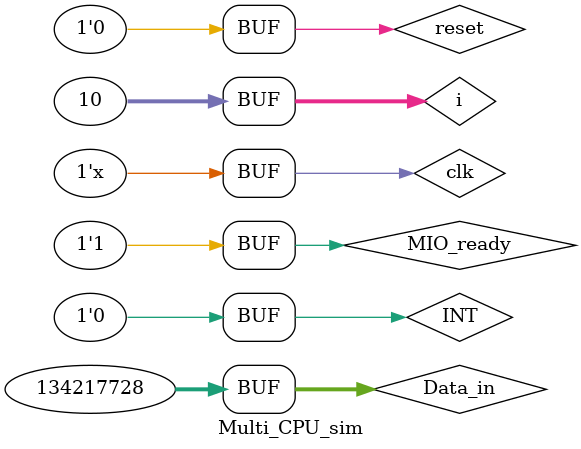
<source format=v>
`timescale 1ns / 1ps
module Multi_CPU_sim();
    reg clk;
    reg reset;
    reg MIO_ready; // be used: =1
    reg INT; // interrupt
    reg [31:0] Data_in;
    wire [31:0] PC_out; //Test
    wire [31:0] inst_out; //TEST
    wire [31:0] jump_addr_out; // TEST
    wire mem_w; // mem write
    wire [31:0] Addr_out;
    wire [31:0] Data_out;
    wire CPU_MIO;
    wire [4:0] state;

    Multi_CPU UUT(.clk(clk), .reset(reset), .inst_out(inst_out), .INT(INT), .PC_out(PC_out), .mem_w(mem_w), .Addr_out(Addr_out), .Data_in(Data_in), .Data_out(Data_out), .state(state), .CPU_MIO(CPU_MIO), .MIO_ready(MIO_ready), .jump_addr_out(jump_addr_out));

    initial begin
      reset <= 1;
      clk <= 0;
      MIO_ready <= 1;
      INT <= 0;
      Data_in <= 0;

      #10;

      reset <= 0;

      #10;

      Data_in <= #20 32'h08000008;
      #10;
      Data_in <= #20 32'h08000000;
      #10;
    end

    integer i;
    always @*
        for (i=0; i<10; i=i+1) clk <= #5 ~clk;

endmodule

</source>
